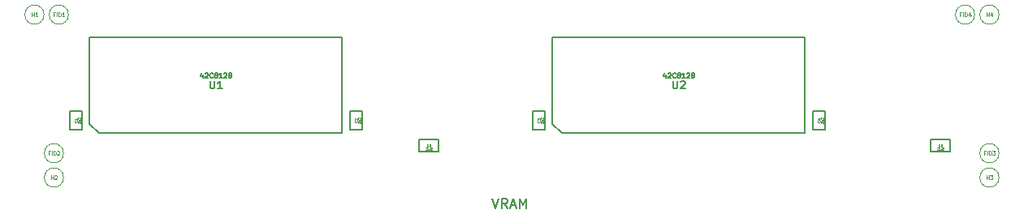
<source format=gbr>
G04 #@! TF.GenerationSoftware,KiCad,Pcbnew,(5.1.10-1-10_14)*
G04 #@! TF.CreationDate,2021-07-01T18:54:41-04:00*
G04 #@! TF.ProjectId,MacVRAMSIMM,4d616356-5241-44d5-9349-4d4d2e6b6963,1.0*
G04 #@! TF.SameCoordinates,Original*
G04 #@! TF.FileFunction,Other,Fab,Top*
%FSLAX46Y46*%
G04 Gerber Fmt 4.6, Leading zero omitted, Abs format (unit mm)*
G04 Created by KiCad (PCBNEW (5.1.10-1-10_14)) date 2021-07-01 18:54:41*
%MOMM*%
%LPD*%
G01*
G04 APERTURE LIST*
%ADD10C,0.150000*%
%ADD11C,0.100000*%
%ADD12C,0.063500*%
%ADD13C,0.203200*%
%ADD14C,0.127000*%
G04 APERTURE END LIST*
D10*
X164315000Y-123243500D02*
X164315000Y-121993500D01*
X164315000Y-121993500D02*
X166315000Y-121993500D01*
X166315000Y-121993500D02*
X166315000Y-123243500D01*
X166315000Y-123243500D02*
X164315000Y-123243500D01*
X112975000Y-123243500D02*
X110975000Y-123243500D01*
X112975000Y-121993500D02*
X112975000Y-123243500D01*
X110975000Y-121993500D02*
X112975000Y-121993500D01*
X110975000Y-123243500D02*
X110975000Y-121993500D01*
X75809000Y-121015000D02*
X74559000Y-121015000D01*
X74559000Y-121015000D02*
X74559000Y-119015000D01*
X74559000Y-119015000D02*
X75809000Y-119015000D01*
X75809000Y-119015000D02*
X75809000Y-121015000D01*
X153279000Y-119015000D02*
X153279000Y-121015000D01*
X152029000Y-119015000D02*
X153279000Y-119015000D01*
X152029000Y-121015000D02*
X152029000Y-119015000D01*
X153279000Y-121015000D02*
X152029000Y-121015000D01*
X124069000Y-119015000D02*
X124069000Y-121015000D01*
X122819000Y-119015000D02*
X124069000Y-119015000D01*
X122819000Y-121015000D02*
X122819000Y-119015000D01*
X124069000Y-121015000D02*
X122819000Y-121015000D01*
D11*
X73898000Y-123444000D02*
G75*
G03*
X73898000Y-123444000I-1000000J0D01*
G01*
X171434000Y-123444000D02*
G75*
G03*
X171434000Y-123444000I-1000000J0D01*
G01*
X168894000Y-108966000D02*
G75*
G03*
X168894000Y-108966000I-1000000J0D01*
G01*
X74406000Y-108966000D02*
G75*
G03*
X74406000Y-108966000I-1000000J0D01*
G01*
X73898000Y-125984000D02*
G75*
G03*
X73898000Y-125984000I-1000000J0D01*
G01*
X171434000Y-125984000D02*
G75*
G03*
X171434000Y-125984000I-1000000J0D01*
G01*
X71866000Y-108966000D02*
G75*
G03*
X71866000Y-108966000I-1000000J0D01*
G01*
X171434000Y-108966000D02*
G75*
G03*
X171434000Y-108966000I-1000000J0D01*
G01*
D10*
X105019000Y-121015000D02*
X103769000Y-121015000D01*
X103769000Y-121015000D02*
X103769000Y-119015000D01*
X103769000Y-119015000D02*
X105019000Y-119015000D01*
X105019000Y-119015000D02*
X105019000Y-121015000D01*
X76629000Y-120352000D02*
X76629000Y-111312000D01*
X76629000Y-111312000D02*
X102949000Y-111312000D01*
X102949000Y-111312000D02*
X102949000Y-121352000D01*
X77629000Y-121352000D02*
X102949000Y-121352000D01*
X77629000Y-121352000D02*
X76629000Y-120352000D01*
X125889000Y-121352000D02*
X124889000Y-120352000D01*
X125889000Y-121352000D02*
X151209000Y-121352000D01*
X151209000Y-111312000D02*
X151209000Y-121352000D01*
X124889000Y-111312000D02*
X151209000Y-111312000D01*
X124889000Y-120352000D02*
X124889000Y-111312000D01*
X118613466Y-128179580D02*
X118946800Y-129179580D01*
X119280133Y-128179580D01*
X120184895Y-129179580D02*
X119851561Y-128703390D01*
X119613466Y-129179580D02*
X119613466Y-128179580D01*
X119994419Y-128179580D01*
X120089657Y-128227200D01*
X120137276Y-128274819D01*
X120184895Y-128370057D01*
X120184895Y-128512914D01*
X120137276Y-128608152D01*
X120089657Y-128655771D01*
X119994419Y-128703390D01*
X119613466Y-128703390D01*
X120565847Y-128893866D02*
X121042038Y-128893866D01*
X120470609Y-129179580D02*
X120803942Y-128179580D01*
X121137276Y-129179580D01*
X121470609Y-129179580D02*
X121470609Y-128179580D01*
X121803942Y-128893866D01*
X122137276Y-128179580D01*
X122137276Y-129179580D01*
D12*
X165272666Y-122709214D02*
X165260571Y-122721309D01*
X165224285Y-122733404D01*
X165200095Y-122733404D01*
X165163809Y-122721309D01*
X165139619Y-122697119D01*
X165127523Y-122672928D01*
X165115428Y-122624547D01*
X165115428Y-122588261D01*
X165127523Y-122539880D01*
X165139619Y-122515690D01*
X165163809Y-122491500D01*
X165200095Y-122479404D01*
X165224285Y-122479404D01*
X165260571Y-122491500D01*
X165272666Y-122503595D01*
X165490380Y-122479404D02*
X165442000Y-122479404D01*
X165417809Y-122491500D01*
X165405714Y-122503595D01*
X165381523Y-122539880D01*
X165369428Y-122588261D01*
X165369428Y-122685023D01*
X165381523Y-122709214D01*
X165393619Y-122721309D01*
X165417809Y-122733404D01*
X165466190Y-122733404D01*
X165490380Y-122721309D01*
X165502476Y-122709214D01*
X165514571Y-122685023D01*
X165514571Y-122624547D01*
X165502476Y-122600357D01*
X165490380Y-122588261D01*
X165466190Y-122576166D01*
X165417809Y-122576166D01*
X165393619Y-122588261D01*
X165381523Y-122600357D01*
X165369428Y-122624547D01*
X165006571Y-122853595D02*
X165018666Y-122841500D01*
X165042857Y-122829404D01*
X165103333Y-122829404D01*
X165127523Y-122841500D01*
X165139619Y-122853595D01*
X165151714Y-122877785D01*
X165151714Y-122901976D01*
X165139619Y-122938261D01*
X164994476Y-123083404D01*
X165151714Y-123083404D01*
X165369428Y-122914071D02*
X165369428Y-123083404D01*
X165260571Y-122914071D02*
X165260571Y-123047119D01*
X165272666Y-123071309D01*
X165296857Y-123083404D01*
X165333142Y-123083404D01*
X165357333Y-123071309D01*
X165369428Y-123059214D01*
X165478285Y-122853595D02*
X165490380Y-122841500D01*
X165514571Y-122829404D01*
X165575047Y-122829404D01*
X165599238Y-122841500D01*
X165611333Y-122853595D01*
X165623428Y-122877785D01*
X165623428Y-122901976D01*
X165611333Y-122938261D01*
X165466190Y-123083404D01*
X165623428Y-123083404D01*
X111932666Y-122709214D02*
X111920571Y-122721309D01*
X111884285Y-122733404D01*
X111860095Y-122733404D01*
X111823809Y-122721309D01*
X111799619Y-122697119D01*
X111787523Y-122672928D01*
X111775428Y-122624547D01*
X111775428Y-122588261D01*
X111787523Y-122539880D01*
X111799619Y-122515690D01*
X111823809Y-122491500D01*
X111860095Y-122479404D01*
X111884285Y-122479404D01*
X111920571Y-122491500D01*
X111932666Y-122503595D01*
X112162476Y-122479404D02*
X112041523Y-122479404D01*
X112029428Y-122600357D01*
X112041523Y-122588261D01*
X112065714Y-122576166D01*
X112126190Y-122576166D01*
X112150380Y-122588261D01*
X112162476Y-122600357D01*
X112174571Y-122624547D01*
X112174571Y-122685023D01*
X112162476Y-122709214D01*
X112150380Y-122721309D01*
X112126190Y-122733404D01*
X112065714Y-122733404D01*
X112041523Y-122721309D01*
X112029428Y-122709214D01*
X111666571Y-122853595D02*
X111678666Y-122841500D01*
X111702857Y-122829404D01*
X111763333Y-122829404D01*
X111787523Y-122841500D01*
X111799619Y-122853595D01*
X111811714Y-122877785D01*
X111811714Y-122901976D01*
X111799619Y-122938261D01*
X111654476Y-123083404D01*
X111811714Y-123083404D01*
X112029428Y-122914071D02*
X112029428Y-123083404D01*
X111920571Y-122914071D02*
X111920571Y-123047119D01*
X111932666Y-123071309D01*
X111956857Y-123083404D01*
X111993142Y-123083404D01*
X112017333Y-123071309D01*
X112029428Y-123059214D01*
X112138285Y-122853595D02*
X112150380Y-122841500D01*
X112174571Y-122829404D01*
X112235047Y-122829404D01*
X112259238Y-122841500D01*
X112271333Y-122853595D01*
X112283428Y-122877785D01*
X112283428Y-122901976D01*
X112271333Y-122938261D01*
X112126190Y-123083404D01*
X112283428Y-123083404D01*
X75274714Y-120057333D02*
X75286809Y-120069428D01*
X75298904Y-120105714D01*
X75298904Y-120129904D01*
X75286809Y-120166190D01*
X75262619Y-120190380D01*
X75238428Y-120202476D01*
X75190047Y-120214571D01*
X75153761Y-120214571D01*
X75105380Y-120202476D01*
X75081190Y-120190380D01*
X75057000Y-120166190D01*
X75044904Y-120129904D01*
X75044904Y-120105714D01*
X75057000Y-120069428D01*
X75069095Y-120057333D01*
X75298904Y-119815428D02*
X75298904Y-119960571D01*
X75298904Y-119888000D02*
X75044904Y-119888000D01*
X75081190Y-119912190D01*
X75105380Y-119936380D01*
X75117476Y-119960571D01*
X75419095Y-120323428D02*
X75407000Y-120311333D01*
X75394904Y-120287142D01*
X75394904Y-120226666D01*
X75407000Y-120202476D01*
X75419095Y-120190380D01*
X75443285Y-120178285D01*
X75467476Y-120178285D01*
X75503761Y-120190380D01*
X75648904Y-120335523D01*
X75648904Y-120178285D01*
X75479571Y-119960571D02*
X75648904Y-119960571D01*
X75479571Y-120069428D02*
X75612619Y-120069428D01*
X75636809Y-120057333D01*
X75648904Y-120033142D01*
X75648904Y-119996857D01*
X75636809Y-119972666D01*
X75624714Y-119960571D01*
X75419095Y-119851714D02*
X75407000Y-119839619D01*
X75394904Y-119815428D01*
X75394904Y-119754952D01*
X75407000Y-119730761D01*
X75419095Y-119718666D01*
X75443285Y-119706571D01*
X75467476Y-119706571D01*
X75503761Y-119718666D01*
X75648904Y-119863809D01*
X75648904Y-119706571D01*
X152744714Y-120057333D02*
X152756809Y-120069428D01*
X152768904Y-120105714D01*
X152768904Y-120129904D01*
X152756809Y-120166190D01*
X152732619Y-120190380D01*
X152708428Y-120202476D01*
X152660047Y-120214571D01*
X152623761Y-120214571D01*
X152575380Y-120202476D01*
X152551190Y-120190380D01*
X152527000Y-120166190D01*
X152514904Y-120129904D01*
X152514904Y-120105714D01*
X152527000Y-120069428D01*
X152539095Y-120057333D01*
X152599571Y-119839619D02*
X152768904Y-119839619D01*
X152502809Y-119900095D02*
X152684238Y-119960571D01*
X152684238Y-119803333D01*
X152889095Y-120323428D02*
X152877000Y-120311333D01*
X152864904Y-120287142D01*
X152864904Y-120226666D01*
X152877000Y-120202476D01*
X152889095Y-120190380D01*
X152913285Y-120178285D01*
X152937476Y-120178285D01*
X152973761Y-120190380D01*
X153118904Y-120335523D01*
X153118904Y-120178285D01*
X152949571Y-119960571D02*
X153118904Y-119960571D01*
X152949571Y-120069428D02*
X153082619Y-120069428D01*
X153106809Y-120057333D01*
X153118904Y-120033142D01*
X153118904Y-119996857D01*
X153106809Y-119972666D01*
X153094714Y-119960571D01*
X152889095Y-119851714D02*
X152877000Y-119839619D01*
X152864904Y-119815428D01*
X152864904Y-119754952D01*
X152877000Y-119730761D01*
X152889095Y-119718666D01*
X152913285Y-119706571D01*
X152937476Y-119706571D01*
X152973761Y-119718666D01*
X153118904Y-119863809D01*
X153118904Y-119706571D01*
X123534714Y-120057333D02*
X123546809Y-120069428D01*
X123558904Y-120105714D01*
X123558904Y-120129904D01*
X123546809Y-120166190D01*
X123522619Y-120190380D01*
X123498428Y-120202476D01*
X123450047Y-120214571D01*
X123413761Y-120214571D01*
X123365380Y-120202476D01*
X123341190Y-120190380D01*
X123317000Y-120166190D01*
X123304904Y-120129904D01*
X123304904Y-120105714D01*
X123317000Y-120069428D01*
X123329095Y-120057333D01*
X123304904Y-119972666D02*
X123304904Y-119815428D01*
X123401666Y-119900095D01*
X123401666Y-119863809D01*
X123413761Y-119839619D01*
X123425857Y-119827523D01*
X123450047Y-119815428D01*
X123510523Y-119815428D01*
X123534714Y-119827523D01*
X123546809Y-119839619D01*
X123558904Y-119863809D01*
X123558904Y-119936380D01*
X123546809Y-119960571D01*
X123534714Y-119972666D01*
X123679095Y-120323428D02*
X123667000Y-120311333D01*
X123654904Y-120287142D01*
X123654904Y-120226666D01*
X123667000Y-120202476D01*
X123679095Y-120190380D01*
X123703285Y-120178285D01*
X123727476Y-120178285D01*
X123763761Y-120190380D01*
X123908904Y-120335523D01*
X123908904Y-120178285D01*
X123739571Y-119960571D02*
X123908904Y-119960571D01*
X123739571Y-120069428D02*
X123872619Y-120069428D01*
X123896809Y-120057333D01*
X123908904Y-120033142D01*
X123908904Y-119996857D01*
X123896809Y-119972666D01*
X123884714Y-119960571D01*
X123679095Y-119851714D02*
X123667000Y-119839619D01*
X123654904Y-119815428D01*
X123654904Y-119754952D01*
X123667000Y-119730761D01*
X123679095Y-119718666D01*
X123703285Y-119706571D01*
X123727476Y-119706571D01*
X123763761Y-119718666D01*
X123908904Y-119863809D01*
X123908904Y-119706571D01*
D11*
X72469428Y-123415428D02*
X72336095Y-123415428D01*
X72336095Y-123624952D02*
X72336095Y-123224952D01*
X72526571Y-123224952D01*
X72678952Y-123624952D02*
X72678952Y-123224952D01*
X72869428Y-123624952D02*
X72869428Y-123224952D01*
X72964666Y-123224952D01*
X73021809Y-123244000D01*
X73059904Y-123282095D01*
X73078952Y-123320190D01*
X73098000Y-123396380D01*
X73098000Y-123453523D01*
X73078952Y-123529714D01*
X73059904Y-123567809D01*
X73021809Y-123605904D01*
X72964666Y-123624952D01*
X72869428Y-123624952D01*
X73250380Y-123263047D02*
X73269428Y-123244000D01*
X73307523Y-123224952D01*
X73402761Y-123224952D01*
X73440857Y-123244000D01*
X73459904Y-123263047D01*
X73478952Y-123301142D01*
X73478952Y-123339238D01*
X73459904Y-123396380D01*
X73231333Y-123624952D01*
X73478952Y-123624952D01*
X170005428Y-123415428D02*
X169872095Y-123415428D01*
X169872095Y-123624952D02*
X169872095Y-123224952D01*
X170062571Y-123224952D01*
X170214952Y-123624952D02*
X170214952Y-123224952D01*
X170405428Y-123624952D02*
X170405428Y-123224952D01*
X170500666Y-123224952D01*
X170557809Y-123244000D01*
X170595904Y-123282095D01*
X170614952Y-123320190D01*
X170634000Y-123396380D01*
X170634000Y-123453523D01*
X170614952Y-123529714D01*
X170595904Y-123567809D01*
X170557809Y-123605904D01*
X170500666Y-123624952D01*
X170405428Y-123624952D01*
X170767333Y-123224952D02*
X171014952Y-123224952D01*
X170881619Y-123377333D01*
X170938761Y-123377333D01*
X170976857Y-123396380D01*
X170995904Y-123415428D01*
X171014952Y-123453523D01*
X171014952Y-123548761D01*
X170995904Y-123586857D01*
X170976857Y-123605904D01*
X170938761Y-123624952D01*
X170824476Y-123624952D01*
X170786380Y-123605904D01*
X170767333Y-123586857D01*
X167465428Y-108937428D02*
X167332095Y-108937428D01*
X167332095Y-109146952D02*
X167332095Y-108746952D01*
X167522571Y-108746952D01*
X167674952Y-109146952D02*
X167674952Y-108746952D01*
X167865428Y-109146952D02*
X167865428Y-108746952D01*
X167960666Y-108746952D01*
X168017809Y-108766000D01*
X168055904Y-108804095D01*
X168074952Y-108842190D01*
X168094000Y-108918380D01*
X168094000Y-108975523D01*
X168074952Y-109051714D01*
X168055904Y-109089809D01*
X168017809Y-109127904D01*
X167960666Y-109146952D01*
X167865428Y-109146952D01*
X168436857Y-108880285D02*
X168436857Y-109146952D01*
X168341619Y-108727904D02*
X168246380Y-109013619D01*
X168494000Y-109013619D01*
X72977428Y-108937428D02*
X72844095Y-108937428D01*
X72844095Y-109146952D02*
X72844095Y-108746952D01*
X73034571Y-108746952D01*
X73186952Y-109146952D02*
X73186952Y-108746952D01*
X73377428Y-109146952D02*
X73377428Y-108746952D01*
X73472666Y-108746952D01*
X73529809Y-108766000D01*
X73567904Y-108804095D01*
X73586952Y-108842190D01*
X73606000Y-108918380D01*
X73606000Y-108975523D01*
X73586952Y-109051714D01*
X73567904Y-109089809D01*
X73529809Y-109127904D01*
X73472666Y-109146952D01*
X73377428Y-109146952D01*
X73986952Y-109146952D02*
X73758380Y-109146952D01*
X73872666Y-109146952D02*
X73872666Y-108746952D01*
X73834571Y-108804095D01*
X73796476Y-108842190D01*
X73758380Y-108861238D01*
X72593238Y-126164952D02*
X72593238Y-125764952D01*
X72593238Y-125955428D02*
X72821809Y-125955428D01*
X72821809Y-126164952D02*
X72821809Y-125764952D01*
X72993238Y-125803047D02*
X73012285Y-125784000D01*
X73050380Y-125764952D01*
X73145619Y-125764952D01*
X73183714Y-125784000D01*
X73202761Y-125803047D01*
X73221809Y-125841142D01*
X73221809Y-125879238D01*
X73202761Y-125936380D01*
X72974190Y-126164952D01*
X73221809Y-126164952D01*
X170129238Y-126164952D02*
X170129238Y-125764952D01*
X170129238Y-125955428D02*
X170357809Y-125955428D01*
X170357809Y-126164952D02*
X170357809Y-125764952D01*
X170510190Y-125764952D02*
X170757809Y-125764952D01*
X170624476Y-125917333D01*
X170681619Y-125917333D01*
X170719714Y-125936380D01*
X170738761Y-125955428D01*
X170757809Y-125993523D01*
X170757809Y-126088761D01*
X170738761Y-126126857D01*
X170719714Y-126145904D01*
X170681619Y-126164952D01*
X170567333Y-126164952D01*
X170529238Y-126145904D01*
X170510190Y-126126857D01*
X70561238Y-109146952D02*
X70561238Y-108746952D01*
X70561238Y-108937428D02*
X70789809Y-108937428D01*
X70789809Y-109146952D02*
X70789809Y-108746952D01*
X71189809Y-109146952D02*
X70961238Y-109146952D01*
X71075523Y-109146952D02*
X71075523Y-108746952D01*
X71037428Y-108804095D01*
X70999333Y-108842190D01*
X70961238Y-108861238D01*
X170129238Y-109146952D02*
X170129238Y-108746952D01*
X170129238Y-108937428D02*
X170357809Y-108937428D01*
X170357809Y-109146952D02*
X170357809Y-108746952D01*
X170719714Y-108880285D02*
X170719714Y-109146952D01*
X170624476Y-108727904D02*
X170529238Y-109013619D01*
X170776857Y-109013619D01*
D12*
X104484714Y-120057333D02*
X104496809Y-120069428D01*
X104508904Y-120105714D01*
X104508904Y-120129904D01*
X104496809Y-120166190D01*
X104472619Y-120190380D01*
X104448428Y-120202476D01*
X104400047Y-120214571D01*
X104363761Y-120214571D01*
X104315380Y-120202476D01*
X104291190Y-120190380D01*
X104267000Y-120166190D01*
X104254904Y-120129904D01*
X104254904Y-120105714D01*
X104267000Y-120069428D01*
X104279095Y-120057333D01*
X104279095Y-119960571D02*
X104267000Y-119948476D01*
X104254904Y-119924285D01*
X104254904Y-119863809D01*
X104267000Y-119839619D01*
X104279095Y-119827523D01*
X104303285Y-119815428D01*
X104327476Y-119815428D01*
X104363761Y-119827523D01*
X104508904Y-119972666D01*
X104508904Y-119815428D01*
X104629095Y-120323428D02*
X104617000Y-120311333D01*
X104604904Y-120287142D01*
X104604904Y-120226666D01*
X104617000Y-120202476D01*
X104629095Y-120190380D01*
X104653285Y-120178285D01*
X104677476Y-120178285D01*
X104713761Y-120190380D01*
X104858904Y-120335523D01*
X104858904Y-120178285D01*
X104689571Y-119960571D02*
X104858904Y-119960571D01*
X104689571Y-120069428D02*
X104822619Y-120069428D01*
X104846809Y-120057333D01*
X104858904Y-120033142D01*
X104858904Y-119996857D01*
X104846809Y-119972666D01*
X104834714Y-119960571D01*
X104629095Y-119851714D02*
X104617000Y-119839619D01*
X104604904Y-119815428D01*
X104604904Y-119754952D01*
X104617000Y-119730761D01*
X104629095Y-119718666D01*
X104653285Y-119706571D01*
X104677476Y-119706571D01*
X104713761Y-119718666D01*
X104858904Y-119863809D01*
X104858904Y-119706571D01*
D13*
X89169723Y-115886895D02*
X89169723Y-116544876D01*
X89208428Y-116622285D01*
X89247133Y-116660990D01*
X89324542Y-116699695D01*
X89479361Y-116699695D01*
X89556771Y-116660990D01*
X89595476Y-116622285D01*
X89634180Y-116544876D01*
X89634180Y-115886895D01*
X90446980Y-116699695D02*
X89982523Y-116699695D01*
X90214752Y-116699695D02*
X90214752Y-115886895D01*
X90137342Y-116003009D01*
X90059933Y-116080419D01*
X89982523Y-116119123D01*
D14*
X88422238Y-115223142D02*
X88422238Y-115561809D01*
X88301285Y-115029619D02*
X88180333Y-115392476D01*
X88494809Y-115392476D01*
X88664142Y-115102190D02*
X88688333Y-115078000D01*
X88736714Y-115053809D01*
X88857666Y-115053809D01*
X88906047Y-115078000D01*
X88930238Y-115102190D01*
X88954428Y-115150571D01*
X88954428Y-115198952D01*
X88930238Y-115271523D01*
X88639952Y-115561809D01*
X88954428Y-115561809D01*
X89462428Y-115513428D02*
X89438238Y-115537619D01*
X89365666Y-115561809D01*
X89317285Y-115561809D01*
X89244714Y-115537619D01*
X89196333Y-115489238D01*
X89172142Y-115440857D01*
X89147952Y-115344095D01*
X89147952Y-115271523D01*
X89172142Y-115174761D01*
X89196333Y-115126380D01*
X89244714Y-115078000D01*
X89317285Y-115053809D01*
X89365666Y-115053809D01*
X89438238Y-115078000D01*
X89462428Y-115102190D01*
X89752714Y-115271523D02*
X89704333Y-115247333D01*
X89680142Y-115223142D01*
X89655952Y-115174761D01*
X89655952Y-115150571D01*
X89680142Y-115102190D01*
X89704333Y-115078000D01*
X89752714Y-115053809D01*
X89849476Y-115053809D01*
X89897857Y-115078000D01*
X89922047Y-115102190D01*
X89946238Y-115150571D01*
X89946238Y-115174761D01*
X89922047Y-115223142D01*
X89897857Y-115247333D01*
X89849476Y-115271523D01*
X89752714Y-115271523D01*
X89704333Y-115295714D01*
X89680142Y-115319904D01*
X89655952Y-115368285D01*
X89655952Y-115465047D01*
X89680142Y-115513428D01*
X89704333Y-115537619D01*
X89752714Y-115561809D01*
X89849476Y-115561809D01*
X89897857Y-115537619D01*
X89922047Y-115513428D01*
X89946238Y-115465047D01*
X89946238Y-115368285D01*
X89922047Y-115319904D01*
X89897857Y-115295714D01*
X89849476Y-115271523D01*
X90430047Y-115561809D02*
X90139761Y-115561809D01*
X90284904Y-115561809D02*
X90284904Y-115053809D01*
X90236523Y-115126380D01*
X90188142Y-115174761D01*
X90139761Y-115198952D01*
X90623571Y-115102190D02*
X90647761Y-115078000D01*
X90696142Y-115053809D01*
X90817095Y-115053809D01*
X90865476Y-115078000D01*
X90889666Y-115102190D01*
X90913857Y-115150571D01*
X90913857Y-115198952D01*
X90889666Y-115271523D01*
X90599380Y-115561809D01*
X90913857Y-115561809D01*
X91204142Y-115271523D02*
X91155761Y-115247333D01*
X91131571Y-115223142D01*
X91107380Y-115174761D01*
X91107380Y-115150571D01*
X91131571Y-115102190D01*
X91155761Y-115078000D01*
X91204142Y-115053809D01*
X91300904Y-115053809D01*
X91349285Y-115078000D01*
X91373476Y-115102190D01*
X91397666Y-115150571D01*
X91397666Y-115174761D01*
X91373476Y-115223142D01*
X91349285Y-115247333D01*
X91300904Y-115271523D01*
X91204142Y-115271523D01*
X91155761Y-115295714D01*
X91131571Y-115319904D01*
X91107380Y-115368285D01*
X91107380Y-115465047D01*
X91131571Y-115513428D01*
X91155761Y-115537619D01*
X91204142Y-115561809D01*
X91300904Y-115561809D01*
X91349285Y-115537619D01*
X91373476Y-115513428D01*
X91397666Y-115465047D01*
X91397666Y-115368285D01*
X91373476Y-115319904D01*
X91349285Y-115295714D01*
X91300904Y-115271523D01*
D13*
X137429723Y-115886895D02*
X137429723Y-116544876D01*
X137468428Y-116622285D01*
X137507133Y-116660990D01*
X137584542Y-116699695D01*
X137739361Y-116699695D01*
X137816771Y-116660990D01*
X137855476Y-116622285D01*
X137894180Y-116544876D01*
X137894180Y-115886895D01*
X138242523Y-115964304D02*
X138281228Y-115925600D01*
X138358638Y-115886895D01*
X138552161Y-115886895D01*
X138629571Y-115925600D01*
X138668276Y-115964304D01*
X138706980Y-116041714D01*
X138706980Y-116119123D01*
X138668276Y-116235238D01*
X138203819Y-116699695D01*
X138706980Y-116699695D01*
D14*
X136682238Y-115223142D02*
X136682238Y-115561809D01*
X136561285Y-115029619D02*
X136440333Y-115392476D01*
X136754809Y-115392476D01*
X136924142Y-115102190D02*
X136948333Y-115078000D01*
X136996714Y-115053809D01*
X137117666Y-115053809D01*
X137166047Y-115078000D01*
X137190238Y-115102190D01*
X137214428Y-115150571D01*
X137214428Y-115198952D01*
X137190238Y-115271523D01*
X136899952Y-115561809D01*
X137214428Y-115561809D01*
X137722428Y-115513428D02*
X137698238Y-115537619D01*
X137625666Y-115561809D01*
X137577285Y-115561809D01*
X137504714Y-115537619D01*
X137456333Y-115489238D01*
X137432142Y-115440857D01*
X137407952Y-115344095D01*
X137407952Y-115271523D01*
X137432142Y-115174761D01*
X137456333Y-115126380D01*
X137504714Y-115078000D01*
X137577285Y-115053809D01*
X137625666Y-115053809D01*
X137698238Y-115078000D01*
X137722428Y-115102190D01*
X138012714Y-115271523D02*
X137964333Y-115247333D01*
X137940142Y-115223142D01*
X137915952Y-115174761D01*
X137915952Y-115150571D01*
X137940142Y-115102190D01*
X137964333Y-115078000D01*
X138012714Y-115053809D01*
X138109476Y-115053809D01*
X138157857Y-115078000D01*
X138182047Y-115102190D01*
X138206238Y-115150571D01*
X138206238Y-115174761D01*
X138182047Y-115223142D01*
X138157857Y-115247333D01*
X138109476Y-115271523D01*
X138012714Y-115271523D01*
X137964333Y-115295714D01*
X137940142Y-115319904D01*
X137915952Y-115368285D01*
X137915952Y-115465047D01*
X137940142Y-115513428D01*
X137964333Y-115537619D01*
X138012714Y-115561809D01*
X138109476Y-115561809D01*
X138157857Y-115537619D01*
X138182047Y-115513428D01*
X138206238Y-115465047D01*
X138206238Y-115368285D01*
X138182047Y-115319904D01*
X138157857Y-115295714D01*
X138109476Y-115271523D01*
X138690047Y-115561809D02*
X138399761Y-115561809D01*
X138544904Y-115561809D02*
X138544904Y-115053809D01*
X138496523Y-115126380D01*
X138448142Y-115174761D01*
X138399761Y-115198952D01*
X138883571Y-115102190D02*
X138907761Y-115078000D01*
X138956142Y-115053809D01*
X139077095Y-115053809D01*
X139125476Y-115078000D01*
X139149666Y-115102190D01*
X139173857Y-115150571D01*
X139173857Y-115198952D01*
X139149666Y-115271523D01*
X138859380Y-115561809D01*
X139173857Y-115561809D01*
X139464142Y-115271523D02*
X139415761Y-115247333D01*
X139391571Y-115223142D01*
X139367380Y-115174761D01*
X139367380Y-115150571D01*
X139391571Y-115102190D01*
X139415761Y-115078000D01*
X139464142Y-115053809D01*
X139560904Y-115053809D01*
X139609285Y-115078000D01*
X139633476Y-115102190D01*
X139657666Y-115150571D01*
X139657666Y-115174761D01*
X139633476Y-115223142D01*
X139609285Y-115247333D01*
X139560904Y-115271523D01*
X139464142Y-115271523D01*
X139415761Y-115295714D01*
X139391571Y-115319904D01*
X139367380Y-115368285D01*
X139367380Y-115465047D01*
X139391571Y-115513428D01*
X139415761Y-115537619D01*
X139464142Y-115561809D01*
X139560904Y-115561809D01*
X139609285Y-115537619D01*
X139633476Y-115513428D01*
X139657666Y-115465047D01*
X139657666Y-115368285D01*
X139633476Y-115319904D01*
X139609285Y-115295714D01*
X139560904Y-115271523D01*
M02*

</source>
